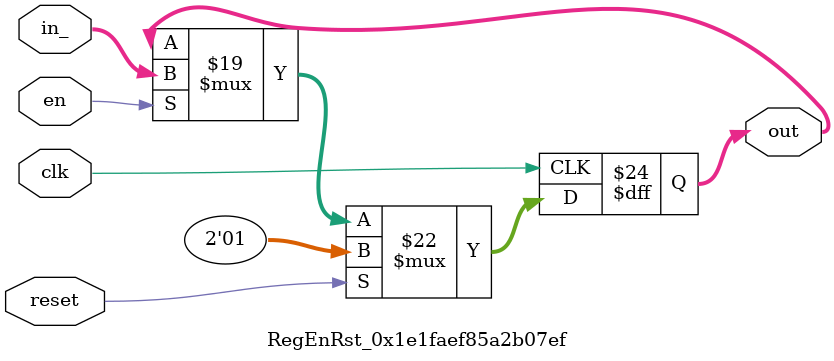
<source format=v>
`default_nettype none
module PitonXbar
(
  input  wire [   0:0] clk,
  input  wire [  63:0] in_$000_msg,
  output wire [   0:0] in_$000_rdy,
  input  wire [   0:0] in_$000_val,
  input  wire [  63:0] in_$001_msg,
  output wire [   0:0] in_$001_rdy,
  input  wire [   0:0] in_$001_val,
  output wire [  63:0] out$000_msg,
  input  wire [   0:0] out$000_rdy,
  output wire [   0:0] out$000_val,
  output wire [  63:0] out$001_msg,
  input  wire [   0:0] out$001_rdy,
  output wire [   0:0] out$001_val,
  input  wire [   0:0] reset
);

  // wire declarations
  wire   [   0:0] sels$000;
  wire   [   0:0] sels$001;
  wire   [   0:0] arb_en$000;
  wire   [   0:0] arb_en$001;
  wire   [   0:0] has_grant$000;
  wire   [   0:0] has_grant$001;
  wire   [   0:0] ser_in_val$000;
  wire   [   0:0] ser_in_val$001;
  wire   [   0:0] ser_in_rdy$000;
  wire   [   0:0] ser_in_rdy$001;
  wire   [   0:0] des_out_val$000;
  wire   [   0:0] des_out_val$001;
  wire   [   0:0] des_out_rdy$000;
  wire   [   0:0] des_out_rdy$001;
  wire   [ 767:0] des_out_msg$000;
  wire   [ 767:0] des_out_msg$001;
  wire   [   0:0] offchip$000;
  wire   [   0:0] offchip$001;
  wire   [   7:0] dest_x$000;
  wire   [   7:0] dest_x$001;


  // localparam declarations
  localparam num_ports = 2;

  // loop variable declarations
  integer i;
  integer j;

  // des$000 temporaries
  wire   [   0:0] des$000$clk;
  wire   [   0:0] des$000$reset;
  wire   [  63:0] des$000$in__msg;
  wire   [   0:0] des$000$in__val;
  wire   [   0:0] des$000$out_rdy;
  wire   [   0:0] des$000$in__rdy;
  wire   [ 767:0] des$000$out_msg;
  wire   [   0:0] des$000$out_val;

  Deserializer_0x7d3cf1d776b62dc3 des$000
  (
    .clk     ( des$000$clk ),
    .reset   ( des$000$reset ),
    .in__msg ( des$000$in__msg ),
    .in__val ( des$000$in__val ),
    .out_rdy ( des$000$out_rdy ),
    .in__rdy ( des$000$in__rdy ),
    .out_msg ( des$000$out_msg ),
    .out_val ( des$000$out_val )
  );

  // des$001 temporaries
  wire   [   0:0] des$001$clk;
  wire   [   0:0] des$001$reset;
  wire   [  63:0] des$001$in__msg;
  wire   [   0:0] des$001$in__val;
  wire   [   0:0] des$001$out_rdy;
  wire   [   0:0] des$001$in__rdy;
  wire   [ 767:0] des$001$out_msg;
  wire   [   0:0] des$001$out_val;

  Deserializer_0x7d3cf1d776b62dc3 des$001
  (
    .clk     ( des$001$clk ),
    .reset   ( des$001$reset ),
    .in__msg ( des$001$in__msg ),
    .in__val ( des$001$in__val ),
    .out_rdy ( des$001$out_rdy ),
    .in__rdy ( des$001$in__rdy ),
    .out_msg ( des$001$out_msg ),
    .out_val ( des$001$out_val )
  );

  // xbar temporaries
  wire   [   0:0] xbar$clk;
  wire   [   0:0] xbar$reset;
  wire   [ 767:0] xbar$in_$000;
  wire   [ 767:0] xbar$in_$001;
  wire   [   0:0] xbar$sel$000;
  wire   [   0:0] xbar$sel$001;
  wire   [ 767:0] xbar$out$000;
  wire   [ 767:0] xbar$out$001;

  Crossbar_0x722f766bd17e4910 xbar
  (
    .clk     ( xbar$clk ),
    .reset   ( xbar$reset ),
    .in_$000 ( xbar$in_$000 ),
    .in_$001 ( xbar$in_$001 ),
    .sel$000 ( xbar$sel$000 ),
    .sel$001 ( xbar$sel$001 ),
    .out$000 ( xbar$out$000 ),
    .out$001 ( xbar$out$001 )
  );

  // ser$000 temporaries
  wire   [   0:0] ser$000$clk;
  wire   [   0:0] ser$000$reset;
  wire   [ 767:0] ser$000$in__msg;
  wire   [   0:0] ser$000$in__val;
  wire   [   0:0] ser$000$out_rdy;
  wire   [   0:0] ser$000$in__rdy;
  wire   [  63:0] ser$000$out_msg;
  wire   [   0:0] ser$000$out_val;

  Serializer_0x44b4e9815337b1b0 ser$000
  (
    .clk     ( ser$000$clk ),
    .reset   ( ser$000$reset ),
    .in__msg ( ser$000$in__msg ),
    .in__val ( ser$000$in__val ),
    .out_rdy ( ser$000$out_rdy ),
    .in__rdy ( ser$000$in__rdy ),
    .out_msg ( ser$000$out_msg ),
    .out_val ( ser$000$out_val )
  );

  // ser$001 temporaries
  wire   [   0:0] ser$001$clk;
  wire   [   0:0] ser$001$reset;
  wire   [ 767:0] ser$001$in__msg;
  wire   [   0:0] ser$001$in__val;
  wire   [   0:0] ser$001$out_rdy;
  wire   [   0:0] ser$001$in__rdy;
  wire   [  63:0] ser$001$out_msg;
  wire   [   0:0] ser$001$out_val;

  Serializer_0x44b4e9815337b1b0 ser$001
  (
    .clk     ( ser$001$clk ),
    .reset   ( ser$001$reset ),
    .in__msg ( ser$001$in__msg ),
    .in__val ( ser$001$in__val ),
    .out_rdy ( ser$001$out_rdy ),
    .in__rdy ( ser$001$in__rdy ),
    .out_msg ( ser$001$out_msg ),
    .out_val ( ser$001$out_val )
  );

  // arbitors$000 temporaries
  wire   [   0:0] arbitors$000$clk;
  wire   [   0:0] arbitors$000$reset;
  wire   [   0:0] arbitors$000$en;
  wire   [   1:0] arbitors$000$reqs;
  wire   [   1:0] arbitors$000$grants;

  RoundRobinArbiterEn_0x19e7cb7b9eb0ce07 arbitors$000
  (
    .clk    ( arbitors$000$clk ),
    .reset  ( arbitors$000$reset ),
    .en     ( arbitors$000$en ),
    .reqs   ( arbitors$000$reqs ),
    .grants ( arbitors$000$grants )
  );

  // arbitors$001 temporaries
  wire   [   0:0] arbitors$001$clk;
  wire   [   0:0] arbitors$001$reset;
  wire   [   0:0] arbitors$001$en;
  wire   [   1:0] arbitors$001$reqs;
  wire   [   1:0] arbitors$001$grants;

  RoundRobinArbiterEn_0x19e7cb7b9eb0ce07 arbitors$001
  (
    .clk    ( arbitors$001$clk ),
    .reset  ( arbitors$001$reset ),
    .en     ( arbitors$001$en ),
    .reqs   ( arbitors$001$reqs ),
    .grants ( arbitors$001$grants )
  );

  // signal connections
  assign arbitors$000$clk   = clk;
  assign arbitors$000$en    = arb_en$000;
  assign arbitors$000$reset = reset;
  assign arbitors$001$clk   = clk;
  assign arbitors$001$en    = arb_en$001;
  assign arbitors$001$reset = reset;
  assign des$000$clk        = clk;
  assign des$000$in__msg    = in_$000_msg;
  assign des$000$in__val    = in_$000_val;
  assign des$000$out_rdy    = des_out_rdy$000;
  assign des$000$reset      = reset;
  assign des$001$clk        = clk;
  assign des$001$in__msg    = in_$001_msg;
  assign des$001$in__val    = in_$001_val;
  assign des$001$out_rdy    = des_out_rdy$001;
  assign des$001$reset      = reset;
  assign des_out_msg$000    = des$000$out_msg;
  assign des_out_msg$001    = des$001$out_msg;
  assign des_out_val$000    = des$000$out_val;
  assign des_out_val$001    = des$001$out_val;
  assign in_$000_rdy        = des$000$in__rdy;
  assign in_$001_rdy        = des$001$in__rdy;
  assign out$000_msg        = ser$000$out_msg;
  assign out$000_val        = ser$000$out_val;
  assign out$001_msg        = ser$001$out_msg;
  assign out$001_val        = ser$001$out_val;
  assign ser$000$clk        = clk;
  assign ser$000$in__msg    = xbar$out$000;
  assign ser$000$in__val    = ser_in_val$000;
  assign ser$000$out_rdy    = out$000_rdy;
  assign ser$000$reset      = reset;
  assign ser$001$clk        = clk;
  assign ser$001$in__msg    = xbar$out$001;
  assign ser$001$in__val    = ser_in_val$001;
  assign ser$001$out_rdy    = out$001_rdy;
  assign ser$001$reset      = reset;
  assign ser_in_rdy$000     = ser$000$in__rdy;
  assign ser_in_rdy$001     = ser$001$in__rdy;
  assign xbar$clk           = clk;
  assign xbar$in_$000       = des$000$out_msg;
  assign xbar$in_$001       = des$001$out_msg;
  assign xbar$reset         = reset;
  assign xbar$sel$000       = sels$000;
  assign xbar$sel$001       = sels$001;

  // array declarations
  reg    [   0:0] arb_en[0:1];
  assign arb_en$000 = arb_en[  0];
  assign arb_en$001 = arb_en[  1];
  wire   [   1:0] arbitors$grants[0:1];
  assign arbitors$grants[  0] = arbitors$000$grants;
  assign arbitors$grants[  1] = arbitors$001$grants;
  reg    [   1:0] arbitors$reqs[0:1];
  assign arbitors$000$reqs = arbitors$reqs[  0];
  assign arbitors$001$reqs = arbitors$reqs[  1];
  wire   [ 767:0] des_out_msg[0:1];
  assign des_out_msg[  0] = des_out_msg$000;
  assign des_out_msg[  1] = des_out_msg$001;
  reg    [   0:0] des_out_rdy[0:1];
  assign des_out_rdy$000 = des_out_rdy[  0];
  assign des_out_rdy$001 = des_out_rdy[  1];
  wire   [   0:0] des_out_val[0:1];
  assign des_out_val[  0] = des_out_val$000;
  assign des_out_val[  1] = des_out_val$001;
  reg    [   0:0] has_grant[0:1];
  assign has_grant$000 = has_grant[  0];
  assign has_grant$001 = has_grant[  1];
  reg    [   0:0] offchip[0:1];
  assign offchip$000 = offchip[  0];
  assign offchip$001 = offchip[  1];
  reg    [   0:0] sels[0:1];
  assign sels$000 = sels[  0];
  assign sels$001 = sels[  1];
  wire   [   0:0] ser_in_rdy[0:1];
  assign ser_in_rdy[  0] = ser_in_rdy$000;
  assign ser_in_rdy[  1] = ser_in_rdy$001;
  reg    [   0:0] ser_in_val[0:1];
  assign ser_in_val$000 = ser_in_val[  0];
  assign ser_in_val$001 = ser_in_val[  1];

  // PYMTL SOURCE:
  //
  // @s.combinational
  // def xbarSel():
  //       for i in range( num_ports ):
  //         for j in range( num_ports ):
  //           if s.arbitors[i].grants[j]:
  //             s.sels[i].value = j

  // logic for xbarSel()
  always @ (*) begin
    for (i=0; i < num_ports; i=i+1)
    begin
      for (j=0; j < num_ports; j=j+1)
      begin
        if (arbitors$grants[i][j]) begin
          sels[i] = j;
        end
        else begin
        end
      end
    end
  end

  // PYMTL SOURCE:
  //
  // @s.combinational
  // def offchipSet():
  //       for i in range( num_ports ):
  //         s.offchip[i].value = s.des_out_msg[i][63]

  // logic for offchipSet()
  always @ (*) begin
    for (i=0; i < num_ports; i=i+1)
    begin
      offchip[i] = des_out_msg[i][63];
    end
  end

  // PYMTL SOURCE:
  //
  // @s.combinational
  // def desOutRdy():
  //       for i in range( num_ports ):
  //         s.has_grant[i].value = 0
  //         for j in range( num_ports ):
  //           if s.arbitors[j].grants[i]:
  //             s.has_grant[i].value = s.ser_in_rdy[j]
  //
  //       for i in range( num_ports ):
  //         s.des_out_rdy[i].value = s.has_grant[i]

  // logic for desOutRdy()
  always @ (*) begin
    for (i=0; i < num_ports; i=i+1)
    begin
      has_grant[i] = 0;
      for (j=0; j < num_ports; j=j+1)
      begin
        if (arbitors$grants[j][i]) begin
          has_grant[i] = ser_in_rdy[j];
        end
        else begin
        end
      end
    end
    for (i=0; i < num_ports; i=i+1)
    begin
      des_out_rdy[i] = has_grant[i];
    end
  end

  // PYMTL SOURCE:
  //
  // @s.combinational
  // def serInVal():
  //       for i in range( num_ports ):
  //         s.ser_in_val[i].value = 0
  //         if s.arbitors[i].grants > 0 :
  //           s.ser_in_val[i].value = 1

  // logic for serInVal()
  always @ (*) begin
    for (i=0; i < num_ports; i=i+1)
    begin
      ser_in_val[i] = 0;
      if ((arbitors$grants[i] > 0)) begin
        ser_in_val[i] = 1;
      end
      else begin
      end
    end
  end

  // PYMTL SOURCE:
  //
  // @s.combinational
  // def arbitorEnable():
  //       for i in range( num_ports ):
  //         s.arb_en[i].value = s.ser_in_val[i] & s.ser_in_rdy[i]

  // logic for arbitorEnable()
  always @ (*) begin
    for (i=0; i < num_ports; i=i+1)
    begin
      arb_en[i] = (ser_in_val[i]&ser_in_rdy[i]);
    end
  end

  // PYMTL SOURCE:
  //
  // @s.combinational
  // def arbitorReq():
  //       for i in range( num_ports ):
  //         for j in range( num_ports ):
  //           s.arbitors[i].reqs[j].value = 0
  //
  //       #for i in range( num_ports ): 
  //       #  s.arbitors[i].reqs.value = 0
  //       #  s.dest_x[i].value = ( num_ports - 1 ) if s.offchip[i] \
  //       #                                        else s.des_out_msg[i].xpos    
  //       #  for j in range( num_ports ):
  //       #    if s.dest_x[i] == j:
  //       #      s.arbitors[j].reqs[i].value = s.des_out_val[i]
  //
  //         #s.arbitors[s.dest_x[i]].reqs[i].value = s.des_out_val[i]        
  //
  //       for i in range( num_ports ): 
  //         # This won't translate correctly...
  //         #s.dest_x[i].value = s.des_out_msg[i].xpos 
  //         if s.offchip[i]:
  //           s.arbitors[num_ports-1].reqs[i].value = s.des_out_val[i]
  //         else:
  //           s.arbitors[0].reqs[i].value = s.des_out_val[i]

  // logic for arbitorReq()
  always @ (*) begin
    for (i=0; i < num_ports; i=i+1)
    begin
      for (j=0; j < num_ports; j=j+1)
      begin
        arbitors$reqs[i][j] = 0;
      end
    end
    for (i=0; i < num_ports; i=i+1)
    begin
      if (offchip[i]) begin
        arbitors$reqs[(num_ports-1)][i] = des_out_val[i];
      end
      else begin
        arbitors$reqs[0][i] = des_out_val[i];
      end
    end
  end


endmodule // PitonXbar_0x2b729e0c68ec68e0
`default_nettype wire

//-----------------------------------------------------------------------------
// Deserializer_0x7d3cf1d776b62dc3
//-----------------------------------------------------------------------------
// dump-vcd: False
// verilator-xinit: zeros
`default_nettype none
module Deserializer_0x7d3cf1d776b62dc3
(
  input  wire [   0:0] clk,
  input  wire [  63:0] in__msg,
  output reg  [   0:0] in__rdy,
  input  wire [   0:0] in__val,
  output reg  [ 767:0] out_msg,
  input  wire [   0:0] out_rdy,
  output reg  [   0:0] out_val,
  input  wire [   0:0] reset
);

  // wire declarations
  wire   [ 767:0] out_reg;
  wire   [  63:0] out_reg_wire$000;
  wire   [  63:0] out_reg_wire$001;
  wire   [  63:0] out_reg_wire$002;
  wire   [  63:0] out_reg_wire$003;
  wire   [  63:0] out_reg_wire$004;
  wire   [  63:0] out_reg_wire$005;
  wire   [  63:0] out_reg_wire$006;
  wire   [  63:0] out_reg_wire$007;
  wire   [  63:0] out_reg_wire$008;
  wire   [  63:0] out_reg_wire$009;
  wire   [  63:0] out_reg_wire$010;
  wire   [  63:0] out_reg_wire$011;


  // register declarations
  reg    [   7:0] cnt;
  reg    [   1:0] state;
  reg    [   3:0] wr_addr;

  // localparam declarations
  localparam IDLE = 0;
  localparam RECV = 1;
  localparam SEND = 2;

  // loop variable declarations
  integer i;

  // signal connections
  assign out_reg[127:64]  = out_reg_wire$001;
  assign out_reg[191:128] = out_reg_wire$002;
  assign out_reg[255:192] = out_reg_wire$003;
  assign out_reg[319:256] = out_reg_wire$004;
  assign out_reg[383:320] = out_reg_wire$005;
  assign out_reg[447:384] = out_reg_wire$006;
  assign out_reg[511:448] = out_reg_wire$007;
  assign out_reg[575:512] = out_reg_wire$008;
  assign out_reg[639:576] = out_reg_wire$009;
  assign out_reg[63:0]    = out_reg_wire$000;
  assign out_reg[703:640] = out_reg_wire$010;
  assign out_reg[767:704] = out_reg_wire$011;

  // array declarations
  reg    [  63:0] out_reg_wire[0:11];
  assign out_reg_wire$000 = out_reg_wire[  0];
  assign out_reg_wire$001 = out_reg_wire[  1];
  assign out_reg_wire$002 = out_reg_wire[  2];
  assign out_reg_wire$003 = out_reg_wire[  3];
  assign out_reg_wire$004 = out_reg_wire[  4];
  assign out_reg_wire$005 = out_reg_wire[  5];
  assign out_reg_wire$006 = out_reg_wire[  6];
  assign out_reg_wire$007 = out_reg_wire[  7];
  assign out_reg_wire$008 = out_reg_wire[  8];
  assign out_reg_wire$009 = out_reg_wire[  9];
  assign out_reg_wire$010 = out_reg_wire[ 10];
  assign out_reg_wire$011 = out_reg_wire[ 11];

  // PYMTL SOURCE:
  //
  // @s.tick_rtl
  // def fsm():
  //       if s.reset:
  //         s.state.next   = s.IDLE
  //         s.cnt.next     = 0
  //         s.wr_addr.next = 0
  //         #s.out_reg.next = 0
  //         for i in range( 12 ):
  //           s.out_reg_wire[i].next = 0
  //
  //       elif s.state == s.IDLE:
  //         if s.in_.val:
  //           s.state.next           = s.RECV
  //           s.cnt.next             = s.in_.msg.pay_len
  //           s.wr_addr.next         = 1
  //           s.out_reg_wire[0].next = s.in_.msg
  //           #s.out_reg[0:64].next = s.in_.msg
  //         else:
  //           s.state.next   = s.IDLE
  //           s.cnt.next     = 0
  //           #s.out_reg.next = 0
  //
  //       elif s.state == s.RECV:
  //         if s.cnt==0 or ( s.cnt==1 and s.in_.val and s.in_.rdy ):
  //         #if s.cnt==0:
  //           s.state.next   = s.SEND
  //           s.cnt.next     = 0
  //           s.wr_addr.next = 0
  //           s.out_reg_wire[s.wr_addr].next = s.in_.msg
  //           #s.out_reg.next = s.out_reg
  //         elif s.in_.val:
  //           # shift out reg
  //           #s.out_reg_wire[1].next = s.in_.msg
  //           #s.out_reg[64:128].next = s.in_.msg
  //           s.out_reg_wire[s.wr_addr].next = s.in_.msg
  //           #for i in range( 2, 12 ):
  //           #  s.out_reg[i*64:i*64+64].next = s.out_reg[(i-1)*64:(i-1)*64+64]
  //           s.cnt.next = s.cnt - 1
  //           s.wr_addr.next = s.wr_addr + 1
  //         else:
  //           s.state.next   = s.state
  //           #s.out_reg.next = s.out_reg
  //           s.cnt.next     = s.cnt
  //           s.wr_addr.next = s.wr_addr
  //       
  //       else: # SEND
  //         if s.out.val and s.out.rdy:
  //           s.state.next   = s.IDLE
  //           #s.out_reg.next = 0
  //           s.cnt.next     = 0
  //           s.wr_addr.next = 0
  //           for i in range( 12 ):
  //             s.out_reg_wire[i].next = 0
  //         else:
  //           s.state.next = s.state

  // logic for fsm()
  always @ (posedge clk) begin
    if (reset) begin
      state <= IDLE;
      cnt <= 0;
      wr_addr <= 0;
      for (i=0; i < 12; i=i+1)
      begin
        out_reg_wire[i] <= 0;
      end
    end
    else begin
      if ((state == IDLE)) begin
        if (in__val) begin
          state <= RECV;
          cnt <= in__msg[(30)-1:22];
          wr_addr <= 1;
          out_reg_wire[0] <= in__msg;
        end
        else begin
          state <= IDLE;
          cnt <= 0;
        end
      end
      else begin
        if ((state == RECV)) begin
          if (((cnt == 0)||((cnt == 1)&&in__val&&in__rdy))) begin
            state <= SEND;
            cnt <= 0;
            wr_addr <= 0;
            out_reg_wire[wr_addr] <= in__msg;
          end
          else begin
            if (in__val) begin
              out_reg_wire[wr_addr] <= in__msg;
              cnt <= (cnt-1);
              wr_addr <= (wr_addr+1);
            end
            else begin
              state <= state;
              cnt <= cnt;
              wr_addr <= wr_addr;
            end
          end
        end
        else begin
          if ((out_val&&out_rdy)) begin
            state <= IDLE;
            cnt <= 0;
            wr_addr <= 0;
            for (i=0; i < 12; i=i+1)
            begin
              out_reg_wire[i] <= 0;
            end
          end
          else begin
            state <= state;
          end
        end
      end
    end
  end

  // PYMTL SOURCE:
  //
  // @s.combinational
  // def outVal():
  //       s.out.val.value = 1 if s.state==s.SEND else 0
  //       s.in_.rdy.value = 1 if s.state!=s.SEND else 0
  //       s.out.msg.value = s.out_reg

  // logic for outVal()
  always @ (*) begin
    out_val = (state == SEND) ? 1 : 0;
    in__rdy = (state != SEND) ? 1 : 0;
    out_msg = out_reg;
  end


endmodule // Deserializer_0x7d3cf1d776b62dc3
`default_nettype wire

//-----------------------------------------------------------------------------
// Crossbar_0x722f766bd17e4910
//-----------------------------------------------------------------------------
// nports: 2
// dtype: 768
// dump-vcd: False
// verilator-xinit: zeros
`default_nettype none
module Crossbar_0x722f766bd17e4910
(
  input  wire [   0:0] clk,
  input  wire [ 767:0] in_$000,
  input  wire [ 767:0] in_$001,
  output wire [ 767:0] out$000,
  output wire [ 767:0] out$001,
  input  wire [   0:0] reset,
  input  wire [   0:0] sel$000,
  input  wire [   0:0] sel$001
);

  // localparam declarations
  localparam nports = 2;

  // loop variable declarations
  integer i;


  // array declarations
  wire   [ 767:0] in_[0:1];
  assign in_[  0] = in_$000;
  assign in_[  1] = in_$001;
  reg    [ 767:0] out[0:1];
  assign out$000 = out[  0];
  assign out$001 = out[  1];
  wire   [   0:0] sel[0:1];
  assign sel[  0] = sel$000;
  assign sel[  1] = sel$001;

  // PYMTL SOURCE:
  //
  // @s.combinational
  // def comb_logic():
  //
  //       for i in range( nports ):
  //         s.out[i].value = s.in_[ s.sel[ i ] ]

  // logic for comb_logic()
  always @ (*) begin
    for (i=0; i < nports; i=i+1)
    begin
      out[i] = in_[sel[i]];
    end
  end


endmodule // Crossbar_0x722f766bd17e4910
`default_nettype wire

//-----------------------------------------------------------------------------
// Serializer_0x44b4e9815337b1b0
//-----------------------------------------------------------------------------
// dout_type: 64
// din_type: 768
// dump-vcd: False
// verilator-xinit: zeros
`default_nettype none
module Serializer_0x44b4e9815337b1b0
(
  input  wire [   0:0] clk,
  input  wire [ 767:0] in__msg,
  output reg  [   0:0] in__rdy,
  input  wire [   0:0] in__val,
  output reg  [  63:0] out_msg,
  input  wire [   0:0] out_rdy,
  output reg  [   0:0] out_val,
  input  wire [   0:0] reset
);

  // register declarations
  reg    [   7:0] cnt;
  reg    [ 767:0] out_reg;
  reg    [   0:0] state;

  // localparam declarations
  localparam IDLE = 0;
  localparam SEND = 1;

  // loop variable declarations
  integer i;



  // PYMTL SOURCE:
  //
  // @s.tick_rtl
  // def fsm():
  //       if s.reset:
  //         s.state.next   = s.IDLE
  //         s.cnt.next     = 0
  //         s.out_reg.next = 0
  //
  //       elif s.state == s.IDLE:
  //         if s.in_.val:
  //           s.state.next   = s.SEND
  //           s.cnt.next     = s.in_.msg.pay_len
  //           s.out_reg.next = s.in_.msg
  //         else:
  //           s.state.next = s.state
  //
  //       else: # s.state == s.SEND
  //         if s.cnt == 0 and s.out.val and s.out.rdy:
  //           s.state.next = s.IDLE
  //           s.cnt.next     = 0
  //           s.out_reg.next = 0      
  //
  //         elif s.out.val and s.out.rdy:
  //           # decrement counter
  //           s.cnt.next = s.cnt - 1
  //           
  //           # shift [out_reg]
  //           s.out_reg.next = 0
  //           for i in range(11):
  //             s.out_reg[i*64:i*64+64].next = s.out_reg[(i+1)*64:(i+1)*64+64]
  //         
  //         else:
  //           s.state.next = s.SEND 

  // logic for fsm()
  always @ (posedge clk) begin
    if (reset) begin
      state <= IDLE;
      cnt <= 0;
      out_reg <= 0;
    end
    else begin
      if ((state == IDLE)) begin
        if (in__val) begin
          state <= SEND;
          cnt <= in__msg[(30)-1:22];
          out_reg <= in__msg;
        end
        else begin
          state <= state;
        end
      end
      else begin
        if (((cnt == 0)&&out_val&&out_rdy)) begin
          state <= IDLE;
          cnt <= 0;
          out_reg <= 0;
        end
        else begin
          if ((out_val&&out_rdy)) begin
            cnt <= (cnt-1);
            out_reg <= 0;
            for (i=0; i < 11; i=i+1)
            begin
              out_reg[(i*64) +: 64] <= out_reg[((i+1)*64) +: 64];
            end
          end
          else begin
            state <= SEND;
          end
        end
      end
    end
  end

  // PYMTL SOURCE:
  //
  // @s.combinational
  // def outVal():
  //       s.out.val.value = ( s.state==s.SEND )
  //       s.in_.rdy.value = ( s.state==s.IDLE )
  //       s.out.msg.value = s.out_reg[0:64]

  // logic for outVal()
  always @ (*) begin
    out_val = (state == SEND);
    in__rdy = (state == IDLE);
    out_msg = out_reg[(64)-1:0];
  end


endmodule // Serializer_0x44b4e9815337b1b0
`default_nettype wire

//-----------------------------------------------------------------------------
// RoundRobinArbiterEn_0x19e7cb7b9eb0ce07
//-----------------------------------------------------------------------------
// nreqs: 2
// dump-vcd: False
// verilator-xinit: zeros
`default_nettype none
module RoundRobinArbiterEn_0x19e7cb7b9eb0ce07
(
  input  wire [   0:0] clk,
  input  wire [   0:0] en,
  output reg  [   1:0] grants,
  input  wire [   1:0] reqs,
  input  wire [   0:0] reset
);

  // register declarations
  reg    [   3:0] grants_int;
  reg    [   4:0] kills;
  reg    [   0:0] priority_en;
  reg    [   3:0] priority_int;
  reg    [   3:0] reqs_int;

  // localparam declarations
  localparam nreqs = 2;
  localparam nreqsX2 = 4;

  // loop variable declarations
  integer i;

  // priority_reg temporaries
  wire   [   0:0] priority_reg$clk;
  wire   [   0:0] priority_reg$reset;
  wire   [   0:0] priority_reg$en;
  wire   [   1:0] priority_reg$in_;
  wire   [   1:0] priority_reg$out;

  RegEnRst_0x1e1faef85a2b07ef priority_reg
  (
    .clk   ( priority_reg$clk ),
    .reset ( priority_reg$reset ),
    .en    ( priority_reg$en ),
    .in_   ( priority_reg$in_ ),
    .out   ( priority_reg$out )
  );

  // signal connections
  assign priority_reg$clk      = clk;
  assign priority_reg$en       = priority_en;
  assign priority_reg$in_[0]   = grants[1];
  assign priority_reg$in_[1:1] = grants[0:0];
  assign priority_reg$reset    = reset;


  // PYMTL SOURCE:
  //
  // @s.combinational
  // def comb_arbitrate():
  //
  //       s.kills[0].value = 1
  //
  //       s.priority_int[    0:nreqs  ].value = s.priority_reg.out
  //       s.priority_int[nreqs:nreqsX2].value = 0
  //       s.reqs_int    [    0:nreqs  ].value = s.reqs
  //       s.reqs_int    [nreqs:nreqsX2].value = s.reqs
  //
  //       # Calculate the kill chain
  //       for i in range( nreqsX2 ):
  //
  //         # Set internal grants
  //         if s.priority_int[i].value:
  //           s.grants_int[i].value = s.reqs_int[i]
  //         else:
  //           s.grants_int[i].value = ~s.kills[i] & s.reqs_int[i]
  //
  //         # Set kill signals
  //         if s.priority_int[i].value:
  //           s.kills[i+1].value = s.grants_int[i]
  //         else:
  //           s.kills[i+1].value = s.kills[i] | s.grants_int[i]
  //
  //       # Assign the output ports
  //       for i in range( nreqs ):
  //         s.grants[i].value = s.grants_int[i] | s.grants_int[nreqs+i]

  // logic for comb_arbitrate()
  always @ (*) begin
    kills[0] = 1;
    priority_int[(nreqs)-1:0] = priority_reg$out;
    priority_int[(nreqsX2)-1:nreqs] = 0;
    reqs_int[(nreqs)-1:0] = reqs;
    reqs_int[(nreqsX2)-1:nreqs] = reqs;
    for (i=0; i < nreqsX2; i=i+1)
    begin
      if (priority_int[i]) begin
        grants_int[i] = reqs_int[i];
      end
      else begin
        grants_int[i] = (~kills[i]&reqs_int[i]);
      end
      if (priority_int[i]) begin
        kills[(i+1)] = grants_int[i];
      end
      else begin
        kills[(i+1)] = (kills[i]|grants_int[i]);
      end
    end
    for (i=0; i < nreqs; i=i+1)
    begin
      grants[i] = (grants_int[i]|grants_int[(nreqs+i)]);
    end
  end

  // PYMTL SOURCE:
  //
  // @s.combinational
  // def comb_feedback():
  //       s.priority_en.value = ( s.grants != 0 ) & s.en

  // logic for comb_feedback()
  always @ (*) begin
    priority_en = ((grants != 0)&en);
  end


endmodule // RoundRobinArbiterEn_0x19e7cb7b9eb0ce07
`default_nettype wire

//-----------------------------------------------------------------------------
// RegEnRst_0x1e1faef85a2b07ef
//-----------------------------------------------------------------------------
// dtype: 2
// reset_value: 1
// dump-vcd: False
// verilator-xinit: zeros
`default_nettype none
module RegEnRst_0x1e1faef85a2b07ef
(
  input  wire [   0:0] clk,
  input  wire [   0:0] en,
  input  wire [   1:0] in_,
  output reg  [   1:0] out,
  input  wire [   0:0] reset
);

  // localparam declarations
  localparam reset_value = 1;



  // PYMTL SOURCE:
  //
  // @s.posedge_clk
  // def seq_logic():
  //       if s.reset:
  //         s.out.next = reset_value
  //       elif s.en:
  //         s.out.next = s.in_

  // logic for seq_logic()
  always @ (posedge clk) begin
    if (reset) begin
      out <= reset_value;
    end
    else begin
      if (en) begin
        out <= in_;
      end
      else begin
      end
    end
  end


endmodule // RegEnRst_0x1e1faef85a2b07ef
`default_nettype wire


</source>
